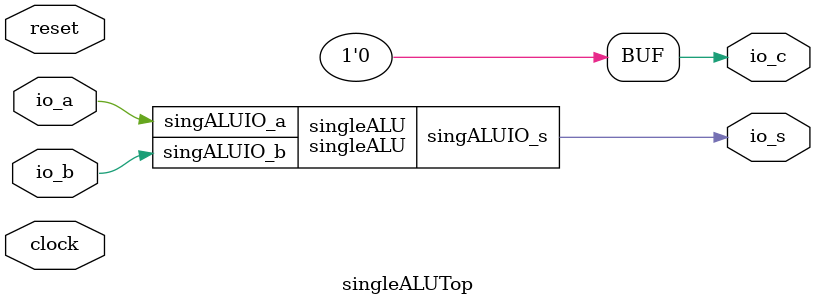
<source format=sv>
module singleALU(	// src/main/scala/singleALU/singleALU.scala:9:7
  input  singALUIO_a,	// src/main/scala/singleALU/singleALU.scala:10:19
         singALUIO_b,	// src/main/scala/singleALU/singleALU.scala:10:19
  output singALUIO_s	// src/main/scala/singleALU/singleALU.scala:10:19
);

  assign singALUIO_s = singALUIO_a + singALUIO_b;	// src/main/scala/singleALU/singleALU.scala:9:7, :16:28
endmodule

module singleALUTop(	// src/main/scala/singleALU/singleALU.scala:21:7
  input  clock,	// src/main/scala/singleALU/singleALU.scala:21:7
         reset,	// src/main/scala/singleALU/singleALU.scala:21:7
         io_a,	// src/main/scala/singleALU/singleALU.scala:22:12
         io_b,	// src/main/scala/singleALU/singleALU.scala:22:12
  output io_s,	// src/main/scala/singleALU/singleALU.scala:22:12
         io_c	// src/main/scala/singleALU/singleALU.scala:22:12
);

  singleALU singleALU (	// src/main/scala/singleALU/singleALU.scala:29:23
    .singALUIO_a (io_a),
    .singALUIO_b (io_b),
    .singALUIO_s (io_s)
  );	// src/main/scala/singleALU/singleALU.scala:29:23
  assign io_c = 1'h0;	// src/main/scala/singleALU/singleALU.scala:21:7, :29:23
endmodule


</source>
